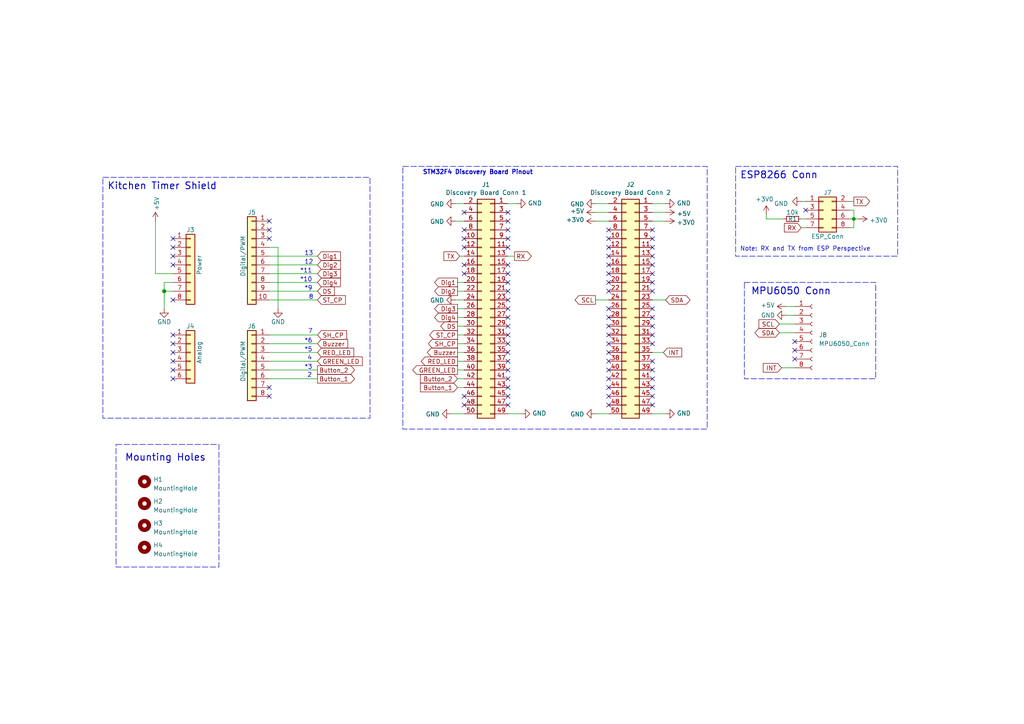
<source format=kicad_sch>
(kicad_sch (version 20230121) (generator eeschema)
  (paper "A4")
  (title_block (title "STM32F4 Kitchen Timer Shield") (date "2023-05-07") (rev "1.0"))
  (lib_symbols
    (symbol "Connector:Conn_01x08_Socket" (pin_names (offset 1.016) hide)
      (property "Reference" "J" (at 0 10.16 0))
      (property "Value" "Conn_01x08_Socket" (at 0 -12.7 0))
      (symbol "Conn_01x08_Socket_1_1"
        (arc (start 0 -9.652) (mid -0.5058 -10.16) (end 0 -10.668) (stroke (width 0.1524)))
        (arc (start 0 -7.112) (mid -0.5058 -7.62) (end 0 -8.128) (stroke (width 0.1524)))
        (arc (start 0 -4.572) (mid -0.5058 -5.08) (end 0 -5.588) (stroke (width 0.1524)))
        (arc (start 0 -2.032) (mid -0.5058 -2.54) (end 0 -3.048) (stroke (width 0.1524)))
        (polyline (pts (xy -1.27 -10.16) (xy -0.508 -10.16)) (stroke (width 0.1524)))
        (polyline (pts (xy -1.27 -7.62) (xy -0.508 -7.62)) (stroke (width 0.1524)))
        (polyline (pts (xy -1.27 -5.08) (xy -0.508 -5.08)) (stroke (width 0.1524)))
        (polyline (pts (xy -1.27 -2.54) (xy -0.508 -2.54)) (stroke (width 0.1524)))
        (polyline (pts (xy -1.27 0) (xy -0.508 0)) (stroke (width 0.1524)))
        (polyline (pts (xy -1.27 2.54) (xy -0.508 2.54)) (stroke (width 0.1524)))
        (polyline (pts (xy -1.27 5.08) (xy -0.508 5.08)) (stroke (width 0.1524)))
        (polyline (pts (xy -1.27 7.62) (xy -0.508 7.62)) (stroke (width 0.1524)))
        (arc (start 0 0.508) (mid -0.5058 0) (end 0 -0.508) (stroke (width 0.1524)))
        (arc (start 0 3.048) (mid -0.5058 2.54) (end 0 2.032) (stroke (width 0.1524)))
        (arc (start 0 5.588) (mid -0.5058 5.08) (end 0 4.572) (stroke (width 0.1524)))
        (arc (start 0 8.128) (mid -0.5058 7.62) (end 0 7.112) (stroke (width 0.1524)))
        (pin passive line (at -5.08 7.62 0) (length 3.81) (name "Pin_1") (number "1"))
        (pin passive line (at -5.08 5.08 0) (length 3.81) (name "Pin_2") (number "2"))
        (pin passive line (at -5.08 2.54 0) (length 3.81) (name "Pin_3") (number "3"))
        (pin passive line (at -5.08 0 0) (length 3.81) (name "Pin_4") (number "4"))
        (pin passive line (at -5.08 -2.54 0) (length 3.81) (name "Pin_5") (number "5"))
        (pin passive line (at -5.08 -5.08 0) (length 3.81) (name "Pin_6") (number "6"))
        (pin passive line (at -5.08 -7.62 0) (length 3.81) (name "Pin_7") (number "7"))
        (pin passive line (at -5.08 -10.16 0) (length 3.81) (name "Pin_8") (number "8"))
      )
    )
    (symbol "Connector_Generic:Conn_01x06" (pin_names (offset 1.016) hide)
      (property "Reference" "J" (at 0 7.62 0))
      (property "Value" "Conn_01x06" (at 0 -10.16 0))
      (symbol "Conn_01x06_1_1"
        (rectangle (start -1.27 -7.493) (end 0 -7.747) (stroke (width 0.1524)))
        (rectangle (start -1.27 -4.953) (end 0 -5.207) (stroke (width 0.1524)))
        (rectangle (start -1.27 -2.413) (end 0 -2.667) (stroke (width 0.1524)))
        (rectangle (start -1.27 0.127) (end 0 -0.127) (stroke (width 0.1524)))
        (rectangle (start -1.27 2.667) (end 0 2.413) (stroke (width 0.1524)))
        (rectangle (start -1.27 5.207) (end 0 4.953) (stroke (width 0.1524)))
        (rectangle (start -1.27 6.35) (end 1.27 -8.89) (stroke (width 0.254)) (fill (type background)))
        (pin passive line (at -5.08 5.08 0) (length 3.81) (name "Pin_1") (number "1"))
        (pin passive line (at -5.08 2.54 0) (length 3.81) (name "Pin_2") (number "2"))
        (pin passive line (at -5.08 0 0) (length 3.81) (name "Pin_3") (number "3"))
        (pin passive line (at -5.08 -2.54 0) (length 3.81) (name "Pin_4") (number "4"))
        (pin passive line (at -5.08 -5.08 0) (length 3.81) (name "Pin_5") (number "5"))
        (pin passive line (at -5.08 -7.62 0) (length 3.81) (name "Pin_6") (number "6"))
      )
    )
    (symbol "Connector_Generic:Conn_01x08" (pin_names (offset 1.016) hide)
      (property "Reference" "J" (at 0 10.16 0))
      (property "Value" "Conn_01x08" (at 0 -12.7 0))
      (symbol "Conn_01x08_1_1"
        (rectangle (start -1.27 -10.033) (end 0 -10.287) (stroke (width 0.1524)))
        (rectangle (start -1.27 -7.493) (end 0 -7.747) (stroke (width 0.1524)))
        (rectangle (start -1.27 -4.953) (end 0 -5.207) (stroke (width 0.1524)))
        (rectangle (start -1.27 -2.413) (end 0 -2.667) (stroke (width 0.1524)))
        (rectangle (start -1.27 0.127) (end 0 -0.127) (stroke (width 0.1524)))
        (rectangle (start -1.27 2.667) (end 0 2.413) (stroke (width 0.1524)))
        (rectangle (start -1.27 5.207) (end 0 4.953) (stroke (width 0.1524)))
        (rectangle (start -1.27 7.747) (end 0 7.493) (stroke (width 0.1524)))
        (rectangle (start -1.27 8.89) (end 1.27 -11.43) (stroke (width 0.254)) (fill (type background)))
        (pin passive line (at -5.08 7.62 0) (length 3.81) (name "Pin_1") (number "1"))
        (pin passive line (at -5.08 5.08 0) (length 3.81) (name "Pin_2") (number "2"))
        (pin passive line (at -5.08 2.54 0) (length 3.81) (name "Pin_3") (number "3"))
        (pin passive line (at -5.08 0 0) (length 3.81) (name "Pin_4") (number "4"))
        (pin passive line (at -5.08 -2.54 0) (length 3.81) (name "Pin_5") (number "5"))
        (pin passive line (at -5.08 -5.08 0) (length 3.81) (name "Pin_6") (number "6"))
        (pin passive line (at -5.08 -7.62 0) (length 3.81) (name "Pin_7") (number "7"))
        (pin passive line (at -5.08 -10.16 0) (length 3.81) (name "Pin_8") (number "8"))
      )
    )
    (symbol "Connector_Generic:Conn_01x10" (pin_names (offset 1.016) hide)
      (property "Reference" "J" (at 0 12.7 0))
      (property "Value" "Conn_01x10" (at 0 -15.24 0))
      (symbol "Conn_01x10_1_1"
        (rectangle (start -1.27 -12.573) (end 0 -12.827) (stroke (width 0.1524)))
        (rectangle (start -1.27 -10.033) (end 0 -10.287) (stroke (width 0.1524)))
        (rectangle (start -1.27 -7.493) (end 0 -7.747) (stroke (width 0.1524)))
        (rectangle (start -1.27 -4.953) (end 0 -5.207) (stroke (width 0.1524)))
        (rectangle (start -1.27 -2.413) (end 0 -2.667) (stroke (width 0.1524)))
        (rectangle (start -1.27 0.127) (end 0 -0.127) (stroke (width 0.1524)))
        (rectangle (start -1.27 2.667) (end 0 2.413) (stroke (width 0.1524)))
        (rectangle (start -1.27 5.207) (end 0 4.953) (stroke (width 0.1524)))
        (rectangle (start -1.27 7.747) (end 0 7.493) (stroke (width 0.1524)))
        (rectangle (start -1.27 10.287) (end 0 10.033) (stroke (width 0.1524)))
        (rectangle (start -1.27 11.43) (end 1.27 -13.97) (stroke (width 0.254)) (fill (type background)))
        (pin passive line (at -5.08 10.16 0) (length 3.81) (name "Pin_1") (number "1"))
        (pin passive line (at -5.08 -12.7 0) (length 3.81) (name "Pin_10") (number "10"))
        (pin passive line (at -5.08 7.62 0) (length 3.81) (name "Pin_2") (number "2"))
        (pin passive line (at -5.08 5.08 0) (length 3.81) (name "Pin_3") (number "3"))
        (pin passive line (at -5.08 2.54 0) (length 3.81) (name "Pin_4") (number "4"))
        (pin passive line (at -5.08 0 0) (length 3.81) (name "Pin_5") (number "5"))
        (pin passive line (at -5.08 -2.54 0) (length 3.81) (name "Pin_6") (number "6"))
        (pin passive line (at -5.08 -5.08 0) (length 3.81) (name "Pin_7") (number "7"))
        (pin passive line (at -5.08 -7.62 0) (length 3.81) (name "Pin_8") (number "8"))
        (pin passive line (at -5.08 -10.16 0) (length 3.81) (name "Pin_9") (number "9"))
      )
    )
    (symbol "Connector_Generic:Conn_02x04_Odd_Even" (pin_names (offset 1.016) hide)
      (property "Reference" "J" (at 1.27 5.08 0))
      (property "Value" "Conn_02x04_Odd_Even" (at 1.27 -7.62 0))
      (symbol "Conn_02x04_Odd_Even_1_1"
        (rectangle (start -1.27 -4.953) (end 0 -5.207) (stroke (width 0.1524)))
        (rectangle (start -1.27 -2.413) (end 0 -2.667) (stroke (width 0.1524)))
        (rectangle (start -1.27 0.127) (end 0 -0.127) (stroke (width 0.1524)))
        (rectangle (start -1.27 2.667) (end 0 2.413) (stroke (width 0.1524)))
        (rectangle (start -1.27 3.81) (end 3.81 -6.35) (stroke (width 0.254)) (fill (type background)))
        (rectangle (start 3.81 -4.953) (end 2.54 -5.207) (stroke (width 0.1524)))
        (rectangle (start 3.81 -2.413) (end 2.54 -2.667) (stroke (width 0.1524)))
        (rectangle (start 3.81 0.127) (end 2.54 -0.127) (stroke (width 0.1524)))
        (rectangle (start 3.81 2.667) (end 2.54 2.413) (stroke (width 0.1524)))
        (pin passive line (at -5.08 2.54 0) (length 3.81) (name "Pin_1") (number "1"))
        (pin passive line (at 7.62 2.54 180) (length 3.81) (name "Pin_2") (number "2"))
        (pin passive line (at -5.08 0 0) (length 3.81) (name "Pin_3") (number "3"))
        (pin passive line (at 7.62 0 180) (length 3.81) (name "Pin_4") (number "4"))
        (pin passive line (at -5.08 -2.54 0) (length 3.81) (name "Pin_5") (number "5"))
        (pin passive line (at 7.62 -2.54 180) (length 3.81) (name "Pin_6") (number "6"))
        (pin passive line (at -5.08 -5.08 0) (length 3.81) (name "Pin_7") (number "7"))
        (pin passive line (at 7.62 -5.08 180) (length 3.81) (name "Pin_8") (number "8"))
      )
    )
    (symbol "Connector_Generic:Conn_02x25_Odd_Even" (pin_names (offset 1.016) hide)
      (property "Reference" "J" (at 1.27 33.02 0))
      (property "Value" "Conn_02x25_Odd_Even" (at 1.27 -33.02 0))
      (symbol "Conn_02x25_Odd_Even_1_1"
        (rectangle (start -1.27 -30.353) (end 0 -30.607) (stroke (width 0.1524)))
        (rectangle (start -1.27 -27.813) (end 0 -28.067) (stroke (width 0.1524)))
        (rectangle (start -1.27 -25.273) (end 0 -25.527) (stroke (width 0.1524)))
        (rectangle (start -1.27 -22.733) (end 0 -22.987) (stroke (width 0.1524)))
        (rectangle (start -1.27 -20.193) (end 0 -20.447) (stroke (width 0.1524)))
        (rectangle (start -1.27 -17.653) (end 0 -17.907) (stroke (width 0.1524)))
        (rectangle (start -1.27 -15.113) (end 0 -15.367) (stroke (width 0.1524)))
        (rectangle (start -1.27 -12.573) (end 0 -12.827) (stroke (width 0.1524)))
        (rectangle (start -1.27 -10.033) (end 0 -10.287) (stroke (width 0.1524)))
        (rectangle (start -1.27 -7.493) (end 0 -7.747) (stroke (width 0.1524)))
        (rectangle (start -1.27 -4.953) (end 0 -5.207) (stroke (width 0.1524)))
        (rectangle (start -1.27 -2.413) (end 0 -2.667) (stroke (width 0.1524)))
        (rectangle (start -1.27 0.127) (end 0 -0.127) (stroke (width 0.1524)))
        (rectangle (start -1.27 2.667) (end 0 2.413) (stroke (width 0.1524)))
        (rectangle (start -1.27 5.207) (end 0 4.953) (stroke (width 0.1524)))
        (rectangle (start -1.27 7.747) (end 0 7.493) (stroke (width 0.1524)))
        (rectangle (start -1.27 10.287) (end 0 10.033) (stroke (width 0.1524)))
        (rectangle (start -1.27 12.827) (end 0 12.573) (stroke (width 0.1524)))
        (rectangle (start -1.27 15.367) (end 0 15.113) (stroke (width 0.1524)))
        (rectangle (start -1.27 17.907) (end 0 17.653) (stroke (width 0.1524)))
        (rectangle (start -1.27 20.447) (end 0 20.193) (stroke (width 0.1524)))
        (rectangle (start -1.27 22.987) (end 0 22.733) (stroke (width 0.1524)))
        (rectangle (start -1.27 25.527) (end 0 25.273) (stroke (width 0.1524)))
        (rectangle (start -1.27 28.067) (end 0 27.813) (stroke (width 0.1524)))
        (rectangle (start -1.27 30.607) (end 0 30.353) (stroke (width 0.1524)))
        (rectangle (start -1.27 31.75) (end 3.81 -31.75) (stroke (width 0.254)) (fill (type background)))
        (rectangle (start 3.81 -30.353) (end 2.54 -30.607) (stroke (width 0.1524)))
        (rectangle (start 3.81 -27.813) (end 2.54 -28.067) (stroke (width 0.1524)))
        (rectangle (start 3.81 -25.273) (end 2.54 -25.527) (stroke (width 0.1524)))
        (rectangle (start 3.81 -22.733) (end 2.54 -22.987) (stroke (width 0.1524)))
        (rectangle (start 3.81 -20.193) (end 2.54 -20.447) (stroke (width 0.1524)))
        (rectangle (start 3.81 -17.653) (end 2.54 -17.907) (stroke (width 0.1524)))
        (rectangle (start 3.81 -15.113) (end 2.54 -15.367) (stroke (width 0.1524)))
        (rectangle (start 3.81 -12.573) (end 2.54 -12.827) (stroke (width 0.1524)))
        (rectangle (start 3.81 -10.033) (end 2.54 -10.287) (stroke (width 0.1524)))
        (rectangle (start 3.81 -7.493) (end 2.54 -7.747) (stroke (width 0.1524)))
        (rectangle (start 3.81 -4.953) (end 2.54 -5.207) (stroke (width 0.1524)))
        (rectangle (start 3.81 -2.413) (end 2.54 -2.667) (stroke (width 0.1524)))
        (rectangle (start 3.81 0.127) (end 2.54 -0.127) (stroke (width 0.1524)))
        (rectangle (start 3.81 2.667) (end 2.54 2.413) (stroke (width 0.1524)))
        (rectangle (start 3.81 5.207) (end 2.54 4.953) (stroke (width 0.1524)))
        (rectangle (start 3.81 7.747) (end 2.54 7.493) (stroke (width 0.1524)))
        (rectangle (start 3.81 10.287) (end 2.54 10.033) (stroke (width 0.1524)))
        (rectangle (start 3.81 12.827) (end 2.54 12.573) (stroke (width 0.1524)))
        (rectangle (start 3.81 15.367) (end 2.54 15.113) (stroke (width 0.1524)))
        (rectangle (start 3.81 17.907) (end 2.54 17.653) (stroke (width 0.1524)))
        (rectangle (start 3.81 20.447) (end 2.54 20.193) (stroke (width 0.1524)))
        (rectangle (start 3.81 22.987) (end 2.54 22.733) (stroke (width 0.1524)))
        (rectangle (start 3.81 25.527) (end 2.54 25.273) (stroke (width 0.1524)))
        (rectangle (start 3.81 28.067) (end 2.54 27.813) (stroke (width 0.1524)))
        (rectangle (start 3.81 30.607) (end 2.54 30.353) (stroke (width 0.1524)))
        (pin passive line (at -5.08 30.48 0) (length 3.81) (name "Pin_1") (number "1"))
        (pin passive line (at 7.62 20.32 180) (length 3.81) (name "Pin_10") (number "10"))
        (pin passive line (at -5.08 17.78 0) (length 3.81) (name "Pin_11") (number "11"))
        (pin passive line (at 7.62 17.78 180) (length 3.81) (name "Pin_12") (number "12"))
        (pin passive line (at -5.08 15.24 0) (length 3.81) (name "Pin_13") (number "13"))
        (pin passive line (at 7.62 15.24 180) (length 3.81) (name "Pin_14") (number "14"))
        (pin passive line (at -5.08 12.7 0) (length 3.81) (name "Pin_15") (number "15"))
        (pin passive line (at 7.62 12.7 180) (length 3.81) (name "Pin_16") (number "16"))
        (pin passive line (at -5.08 10.16 0) (length 3.81) (name "Pin_17") (number "17"))
        (pin passive line (at 7.62 10.16 180) (length 3.81) (name "Pin_18") (number "18"))
        (pin passive line (at -5.08 7.62 0) (length 3.81) (name "Pin_19") (number "19"))
        (pin passive line (at 7.62 30.48 180) (length 3.81) (name "Pin_2") (number "2"))
        (pin passive line (at 7.62 7.62 180) (length 3.81) (name "Pin_20") (number "20"))
        (pin passive line (at -5.08 5.08 0) (length 3.81) (name "Pin_21") (number "21"))
        (pin passive line (at 7.62 5.08 180) (length 3.81) (name "Pin_22") (number "22"))
        (pin passive line (at -5.08 2.54 0) (length 3.81) (name "Pin_23") (number "23"))
        (pin passive line (at 7.62 2.54 180) (length 3.81) (name "Pin_24") (number "24"))
        (pin passive line (at -5.08 0 0) (length 3.81) (name "Pin_25") (number "25"))
        (pin passive line (at 7.62 0 180) (length 3.81) (name "Pin_26") (number "26"))
        (pin passive line (at -5.08 -2.54 0) (length 3.81) (name "Pin_27") (number "27"))
        (pin passive line (at 7.62 -2.54 180) (length 3.81) (name "Pin_28") (number "28"))
        (pin passive line (at -5.08 -5.08 0) (length 3.81) (name "Pin_29") (number "29"))
        (pin passive line (at -5.08 27.94 0) (length 3.81) (name "Pin_3") (number "3"))
        (pin passive line (at 7.62 -5.08 180) (length 3.81) (name "Pin_30") (number "30"))
        (pin passive line (at -5.08 -7.62 0) (length 3.81) (name "Pin_31") (number "31"))
        (pin passive line (at 7.62 -7.62 180) (length 3.81) (name "Pin_32") (number "32"))
        (pin passive line (at -5.08 -10.16 0) (length 3.81) (name "Pin_33") (number "33"))
        (pin passive line (at 7.62 -10.16 180) (length 3.81) (name "Pin_34") (number "34"))
        (pin passive line (at -5.08 -12.7 0) (length 3.81) (name "Pin_35") (number "35"))
        (pin passive line (at 7.62 -12.7 180) (length 3.81) (name "Pin_36") (number "36"))
        (pin passive line (at -5.08 -15.24 0) (length 3.81) (name "Pin_37") (number "37"))
        (pin passive line (at 7.62 -15.24 180) (length 3.81) (name "Pin_38") (number "38"))
        (pin passive line (at -5.08 -17.78 0) (length 3.81) (name "Pin_39") (number "39"))
        (pin passive line (at 7.62 27.94 180) (length 3.81) (name "Pin_4") (number "4"))
        (pin passive line (at 7.62 -17.78 180) (length 3.81) (name "Pin_40") (number "40"))
        (pin passive line (at -5.08 -20.32 0) (length 3.81) (name "Pin_41") (number "41"))
        (pin passive line (at 7.62 -20.32 180) (length 3.81) (name "Pin_42") (number "42"))
        (pin passive line (at -5.08 -22.86 0) (length 3.81) (name "Pin_43") (number "43"))
        (pin passive line (at 7.62 -22.86 180) (length 3.81) (name "Pin_44") (number "44"))
        (pin passive line (at -5.08 -25.4 0) (length 3.81) (name "Pin_45") (number "45"))
        (pin passive line (at 7.62 -25.4 180) (length 3.81) (name "Pin_46") (number "46"))
        (pin passive line (at -5.08 -27.94 0) (length 3.81) (name "Pin_47") (number "47"))
        (pin passive line (at 7.62 -27.94 180) (length 3.81) (name "Pin_48") (number "48"))
        (pin passive line (at -5.08 -30.48 0) (length 3.81) (name "Pin_49") (number "49"))
        (pin passive line (at -5.08 25.4 0) (length 3.81) (name "Pin_5") (number "5"))
        (pin passive line (at 7.62 -30.48 180) (length 3.81) (name "Pin_50") (number "50"))
        (pin passive line (at 7.62 25.4 180) (length 3.81) (name "Pin_6") (number "6"))
        (pin passive line (at -5.08 22.86 0) (length 3.81) (name "Pin_7") (number "7"))
        (pin passive line (at 7.62 22.86 180) (length 3.81) (name "Pin_8") (number "8"))
        (pin passive line (at -5.08 20.32 0) (length 3.81) (name "Pin_9") (number "9"))
      )
    )
    (symbol "Device:R_Small" (pin_numbers hide) (pin_names (offset 0.254) hide)
      (property "Reference" "R" (at 0.762 0.508 0))
      (property "Value" "R_Small" (at 0.762 -1.016 0))
      (symbol "R_Small_0_1"
        (rectangle (start -0.762 1.778) (end 0.762 -1.778) (stroke (width 0.2032)))
      )
      (symbol "R_Small_1_1"
        (pin passive line (at 0 2.54 270) (length 0.762) (name "~") (number "1"))
        (pin passive line (at 0 -2.54 90) (length 0.762) (name "~") (number "2"))
      )
    )
    (symbol "Mechanical:MountingHole" (pin_names (offset 1.016))
      (property "Reference" "H" (at 0 5.08 0))
      (property "Value" "MountingHole" (at 0 3.175 0))
      (symbol "MountingHole_0_1"
        (circle (center 0 0) (radius 1.27) (stroke (width 1.27)))
      )
    )
    (symbol "power:+3V0" (power) (pin_names (offset 0))
      (property "Value" "+3V0" (at 0 3.556 0))
      (symbol "+3V0_0_1"
        (polyline (pts (xy -0.762 1.27) (xy 0 2.54)))
        (polyline (pts (xy 0 0) (xy 0 2.54)))
        (polyline (pts (xy 0 2.54) (xy 0.762 1.27)))
      )
      (symbol "+3V0_1_1"
        (pin power_in line (at 0 0 90) (length 0) hide (name "+3V0") (number "1"))
      )
    )
    (symbol "power:+5V" (power) (pin_names (offset 0))
      (property "Value" "+5V" (at 0 3.556 0))
      (symbol "+5V_0_1"
        (polyline (pts (xy -0.762 1.27) (xy 0 2.54)))
        (polyline (pts (xy 0 0) (xy 0 2.54)))
        (polyline (pts (xy 0 2.54) (xy 0.762 1.27)))
      )
      (symbol "+5V_1_1"
        (pin power_in line (at 0 0 90) (length 0) hide (name "+5V") (number "1"))
      )
    )
    (symbol "power:GND" (power) (pin_names (offset 0))
      (property "Value" "GND" (at 0 -3.81 0))
      (symbol "GND_0_1"
        (polyline (pts (xy 0 0) (xy 0 -1.27) (xy 1.27 -1.27) (xy 0 -2.54) (xy -1.27 -1.27) (xy 0 -1.27)))
      )
      (symbol "GND_1_1"
        (pin power_in line (at 0 0 270) (length 0) hide (name "GND") (number "1"))
      )
    )
  )
  (junction (at 47.625 84.455) (diameter 1.016))
  (junction (at 247.65 63.5))
  (no_connect (at 134.62 71.755))
  (no_connect (at 189.23 104.775))
  (no_connect (at 147.32 61.595))
  (no_connect (at 50.165 99.695))
  (no_connect (at 176.53 66.675))
  (no_connect (at 230.505 99.06))
  (no_connect (at 134.62 69.215))
  (no_connect (at 176.53 109.855))
  (no_connect (at 134.62 61.595))
  (no_connect (at 189.23 69.215))
  (no_connect (at 147.32 99.695))
  (no_connect (at 189.23 112.395))
  (no_connect (at 189.23 71.755))
  (no_connect (at 176.53 79.375))
  (no_connect (at 176.53 84.455))
  (no_connect (at 189.23 81.915))
  (no_connect (at 147.32 109.855))
  (no_connect (at 189.23 109.855))
  (no_connect (at 147.32 84.455))
  (no_connect (at 78.105 64.135))
  (no_connect (at 134.62 117.475))
  (no_connect (at 147.32 112.395))
  (no_connect (at 189.23 99.695))
  (no_connect (at 50.165 97.155))
  (no_connect (at 147.32 76.835))
  (no_connect (at 176.53 104.775))
  (no_connect (at 189.23 89.535))
  (no_connect (at 147.32 104.775))
  (no_connect (at 189.23 74.295))
  (no_connect (at 147.32 114.935))
  (no_connect (at 147.32 97.155))
  (no_connect (at 78.105 112.395))
  (no_connect (at 176.53 81.915))
  (no_connect (at 176.53 99.695))
  (no_connect (at 78.105 69.215))
  (no_connect (at 147.32 81.915))
  (no_connect (at 176.53 71.755))
  (no_connect (at 176.53 94.615))
  (no_connect (at 50.165 86.995))
  (no_connect (at 147.32 64.135))
  (no_connect (at 176.53 76.835))
  (no_connect (at 189.23 94.615))
  (no_connect (at 134.62 76.835))
  (no_connect (at 230.505 101.6))
  (no_connect (at 78.105 66.675))
  (no_connect (at 176.53 114.935))
  (no_connect (at 176.53 69.215))
  (no_connect (at 50.165 76.835))
  (no_connect (at 147.32 117.475))
  (no_connect (at 147.32 69.215))
  (no_connect (at 50.165 71.755))
  (no_connect (at 176.53 89.535))
  (no_connect (at 176.53 102.235))
  (no_connect (at 189.23 117.475))
  (no_connect (at 230.505 104.14))
  (no_connect (at 147.32 86.995))
  (no_connect (at 233.68 60.96))
  (no_connect (at 189.23 107.315))
  (no_connect (at 134.62 66.675))
  (no_connect (at 176.53 112.395))
  (no_connect (at 176.53 92.075))
  (no_connect (at 50.165 102.235))
  (no_connect (at 189.23 76.835))
  (no_connect (at 189.23 79.375))
  (no_connect (at 189.23 97.155))
  (no_connect (at 147.32 102.235))
  (no_connect (at 50.165 109.855))
  (no_connect (at 147.32 79.375))
  (no_connect (at 189.23 114.935))
  (no_connect (at 176.53 117.475))
  (no_connect (at 189.23 66.675))
  (no_connect (at 176.53 74.295))
  (no_connect (at 176.53 107.315))
  (no_connect (at 176.53 97.155))
  (no_connect (at 189.23 84.455))
  (no_connect (at 134.62 114.935))
  (no_connect (at 50.165 104.775))
  (no_connect (at 134.62 79.375))
  (no_connect (at 50.165 69.215))
  (no_connect (at 78.105 114.935))
  (no_connect (at 147.32 107.315))
  (no_connect (at 50.165 107.315))
  (no_connect (at 50.165 74.295))
  (no_connect (at 147.32 89.535))
  (no_connect (at 147.32 94.615))
  (no_connect (at 147.32 66.675))
  (no_connect (at 189.23 92.075))
  (no_connect (at 147.32 71.755))
  (no_connect (at 147.32 92.075))
  (wire (pts (xy 132.715 81.915) (xy 134.62 81.915)))
  (wire (pts (xy 132.08 64.135) (xy 134.62 64.135)))
  (wire (pts (xy 226.06 96.52) (xy 230.505 96.52)))
  (wire (pts (xy 246.38 58.42) (xy 247.65 58.42)))
  (wire (pts (xy 132.08 59.055) (xy 134.62 59.055)))
  (wire (pts (xy 78.105 81.915) (xy 92.075 81.915)))
  (wire (pts (xy 47.625 81.915) (xy 47.625 84.455)))
  (wire (pts (xy 132.715 109.855) (xy 134.62 109.855)))
  (wire (pts (xy 132.715 92.075) (xy 134.62 92.075)))
  (wire (pts (xy 78.105 76.835) (xy 92.075 76.835)))
  (wire (pts (xy 132.715 84.455) (xy 134.62 84.455)))
  (wire (pts (xy 189.23 59.055) (xy 193.04 59.055)))
  (wire (pts (xy 132.715 107.315) (xy 134.62 107.315)))
  (wire (pts (xy 227.965 91.44) (xy 230.505 91.44)))
  (wire (pts (xy 232.41 58.42) (xy 233.68 58.42)))
  (wire (pts (xy 189.23 120.015) (xy 193.04 120.015)))
  (wire (pts (xy 132.715 112.395) (xy 134.62 112.395)))
  (wire (pts (xy 80.645 71.755) (xy 80.645 89.535)))
  (wire (pts (xy 78.105 109.855) (xy 92.075 109.855)))
  (wire (pts (xy 227.965 88.9) (xy 230.505 88.9)))
  (wire (pts (xy 132.715 94.615) (xy 134.62 94.615)))
  (wire (pts (xy 78.105 102.235) (xy 92.075 102.235)))
  (wire (pts (xy 132.715 97.155) (xy 134.62 97.155)))
  (wire (pts (xy 147.32 74.295) (xy 149.225 74.295)))
  (wire (pts (xy 151.13 120.015) (xy 147.32 120.015)))
  (wire (pts (xy 78.105 99.695) (xy 92.075 99.695)))
  (wire (pts (xy 232.41 63.5) (xy 233.68 63.5)))
  (wire (pts (xy 50.165 81.915) (xy 47.625 81.915)))
  (wire (pts (xy 133.35 74.295) (xy 134.62 74.295)))
  (wire (pts (xy 189.23 64.135) (xy 193.04 64.135)))
  (wire (pts (xy 78.105 84.455) (xy 92.075 84.455)))
  (wire (pts (xy 78.105 107.315) (xy 92.075 107.315)))
  (wire (pts (xy 149.86 59.055) (xy 147.32 59.055)))
  (wire (pts (xy 246.38 63.5) (xy 247.65 63.5)))
  (wire (pts (xy 246.38 66.04) (xy 247.65 66.04)))
  (wire (pts (xy 172.72 61.595) (xy 176.53 61.595)))
  (wire (pts (xy 45.085 64.135) (xy 45.085 79.375)))
  (wire (pts (xy 78.105 104.775) (xy 92.075 104.775)))
  (wire (pts (xy 172.72 120.015) (xy 176.53 120.015)))
  (wire (pts (xy 247.65 60.96) (xy 247.65 63.5)))
  (wire (pts (xy 132.08 86.995) (xy 134.62 86.995)))
  (wire (pts (xy 132.715 89.535) (xy 134.62 89.535)))
  (wire (pts (xy 189.23 61.595) (xy 193.04 61.595)))
  (wire (pts (xy 227.33 63.5) (xy 222.25 63.5)))
  (wire (pts (xy 172.72 86.995) (xy 176.53 86.995)))
  (wire (pts (xy 50.165 84.455) (xy 47.625 84.455)))
  (wire (pts (xy 132.715 99.695) (xy 134.62 99.695)))
  (wire (pts (xy 132.715 102.235) (xy 134.62 102.235)))
  (wire (pts (xy 47.625 84.455) (xy 47.625 89.535)))
  (wire (pts (xy 247.65 63.5) (xy 247.65 66.04)))
  (wire (pts (xy 78.105 79.375) (xy 92.075 79.375)))
  (wire (pts (xy 172.72 64.135) (xy 176.53 64.135)))
  (wire (pts (xy 78.105 71.755) (xy 80.645 71.755)))
  (wire (pts (xy 78.105 86.995) (xy 92.075 86.995)))
  (wire (pts (xy 45.085 79.375) (xy 50.165 79.375)))
  (wire (pts (xy 130.81 120.015) (xy 134.62 120.015)))
  (wire (pts (xy 247.65 63.5) (xy 248.92 63.5)))
  (wire (pts (xy 226.695 106.68) (xy 230.505 106.68)))
  (wire (pts (xy 226.06 93.98) (xy 230.505 93.98)))
  (wire (pts (xy 246.38 60.96) (xy 247.65 60.96)))
  (wire (pts (xy 78.105 74.295) (xy 92.075 74.295)))
  (wire (pts (xy 232.41 66.04) (xy 233.68 66.04)))
  (wire (pts (xy 189.23 86.995) (xy 193.04 86.995)))
  (wire (pts (xy 189.23 102.235) (xy 192.405 102.235)))
  (wire (pts (xy 222.25 63.5) (xy 222.25 62.23)))
  (wire (pts (xy 172.72 59.055) (xy 176.53 59.055)))
  (wire (pts (xy 132.715 104.775) (xy 134.62 104.775)))
  (wire (pts (xy 78.105 97.155) (xy 92.075 97.155)))
  (rectangle (start 29.845 51.435) (end 107.315 121.285) (stroke (width 0) (type dash)))
  (rectangle (start 215.9 81.915) (end 254 109.855) (stroke (width 0) (type dash)))
  (rectangle (start 116.84 48.26) (end 205.105 124.46) (stroke (width 0) (type dash)))
  (rectangle (start 213.36 48.26) (end 260.35 74.295) (stroke (width 0) (type dash)))
  (rectangle (start 33.655 128.905) (end 63.5 164.465) (stroke (width 0) (type dash)))
  (text "Note: RX and TX from ESP Perspective" (at 214.63 73.025 0) (effects (font (size 1.27 1.27)) (justify left bottom)))
  (text "MPU6050 Conn\n" (at 217.805 85.725 0) (effects (font (size 2 2) (thickness 0.254) bold) (justify left bottom)))
  (text "4" (at 89.1287 104.6342 0) (effects (font (size 1.27 1.27)) (justify left bottom)))
  (text "*5\n" (at 88.265 102.235 0) (effects (font (size 1.27 1.27)) (justify left bottom)))
  (text "*3" (at 88.265 107.315 0) (effects (font (size 1.27 1.27)) (justify left bottom)))
  (text "ESP8266 Conn\n" (at 214.63 52.07 0) (effects (font (size 2 2) (thickness 0.254) bold) (justify left bottom)))
  (text "*10\n" (at 86.995 81.915 0) (effects (font (size 1.27 1.27)) (justify left bottom)))
  (text "13\n" (at 88.265 74.295 0) (effects (font (size 1.27 1.27)) (justify left bottom)))
  (text "7" (at 89.2966 96.9326 0) (effects (font (size 1.27 1.27)) (justify left bottom)))
  (text "2" (at 89.1047 109.6247 0) (effects (font (size 1.27 1.27)) (justify left bottom)))
  (text "12\n" (at 88.265 76.835 0) (effects (font (size 1.27 1.27)) (justify left bottom)))
  (text "8\n" (at 89.535 86.995 0) (effects (font (size 1.27 1.27)) (justify left bottom)))
  (text "*11" (at 86.995 79.375 0) (effects (font (size 1.27 1.27)) (justify left bottom)))
  (text "*6" (at 88.265 99.695 0) (effects (font (size 1.27 1.27)) (justify left bottom)))
  (text "Mounting Holes" (at 36.195 133.985 0) (effects (font (size 2 2) (thickness 0.254) bold) (justify left bottom)))
  (text "Kitchen Timer Shield" (at 31.115 55.245 0) (effects (font (size 2 2) (thickness 0.254) bold) (justify left bottom)))
  (text "*9\n" (at 88.265 84.455 0) (effects (font (size 1.27 1.27)) (justify left bottom)))
  (text "STM32F4 Discovery Board Pinout" (at 122.555 50.8 0) (effects (font (size 1.27 1.27) (thickness 0.254) bold) (justify left bottom)))
  (global_label "SDA" (shape bidirectional) (at 226.06 96.52 180) (property "Intersheetrefs" "${INTERSHEET_REFS}" (effects hide)))
  (global_label "Dig2" (shape input) (at 92.075 76.835 0) (property "Intersheetrefs" "${INTERSHEET_REFS}" (effects hide)))
  (global_label "Dig4" (shape output) (at 132.715 92.075 180) (property "Intersheetrefs" "${INTERSHEET_REFS}" (effects hide)))
  (global_label "SCL" (shape input) (at 226.06 93.98 180) (property "Intersheetrefs" "${INTERSHEET_REFS}" (effects hide)))
  (global_label "Buzzer" (shape input) (at 92.075 99.695 0) (property "Intersheetrefs" "${INTERSHEET_REFS}" (effects hide)))
  (global_label "RX" (shape output) (at 149.225 74.295 0) (property "Intersheetrefs" "${INTERSHEET_REFS}" (effects hide)))
  (global_label "Dig1" (shape output) (at 132.715 81.915 180) (property "Intersheetrefs" "${INTERSHEET_REFS}" (effects hide)))
  (global_label "Dig4" (shape input) (at 92.075 81.915 0) (property "Intersheetrefs" "${INTERSHEET_REFS}" (effects hide)))
  (global_label "TX" (shape output) (at 247.65 58.42 0) (property "Intersheetrefs" "${INTERSHEET_REFS}" (effects hide)))
  (global_label "INT" (shape input) (at 226.695 106.68 180) (property "Intersheetrefs" "${INTERSHEET_REFS}" (effects hide)))
  (global_label "SH_CP" (shape output) (at 132.715 99.695 180) (property "Intersheetrefs" "${INTERSHEET_REFS}" (effects hide)))
  (global_label "RX" (shape input) (at 232.41 66.04 180) (property "Intersheetrefs" "${INTERSHEET_REFS}" (effects hide)))
  (global_label "Button_1" (shape output) (at 92.075 109.855 0) (property "Intersheetrefs" "${INTERSHEET_REFS}" (effects hide)))
  (global_label "Dig3" (shape input) (at 92.075 79.375 0) (property "Intersheetrefs" "${INTERSHEET_REFS}" (effects hide)))
  (global_label "RED_LED" (shape output) (at 132.715 104.775 180) (property "Intersheetrefs" "${INTERSHEET_REFS}" (effects hide)))
  (global_label "TX" (shape input) (at 133.35 74.295 180) (property "Intersheetrefs" "${INTERSHEET_REFS}" (effects hide)))
  (global_label "Button_2" (shape input) (at 132.715 109.855 180) (property "Intersheetrefs" "${INTERSHEET_REFS}" (effects hide)))
  (global_label "RED_LED" (shape input) (at 92.075 102.235 0) (property "Intersheetrefs" "${INTERSHEET_REFS}" (effects hide)))
  (global_label "Button_2" (shape output) (at 92.075 107.315 0) (property "Intersheetrefs" "${INTERSHEET_REFS}" (effects hide)))
  (global_label "Buzzer" (shape output) (at 132.715 102.235 180) (property "Intersheetrefs" "${INTERSHEET_REFS}" (effects hide)))
  (global_label "SCL" (shape output) (at 172.72 86.995 180) (property "Intersheetrefs" "${INTERSHEET_REFS}" (effects hide)))
  (global_label "SH_CP" (shape input) (at 92.075 97.155 0) (property "Intersheetrefs" "${INTERSHEET_REFS}" (effects hide)))
  (global_label "Dig1" (shape input) (at 92.075 74.295 0) (property "Intersheetrefs" "${INTERSHEET_REFS}" (effects hide)))
  (global_label "Dig3" (shape output) (at 132.715 89.535 180) (property "Intersheetrefs" "${INTERSHEET_REFS}" (effects hide)))
  (global_label "DS" (shape input) (at 92.075 84.455 0) (property "Intersheetrefs" "${INTERSHEET_REFS}" (effects hide)))
  (global_label "ST_CP" (shape input) (at 92.075 86.995 0) (property "Intersheetrefs" "${INTERSHEET_REFS}" (effects hide)))
  (global_label "ST_CP" (shape output) (at 132.715 97.155 180) (property "Intersheetrefs" "${INTERSHEET_REFS}" (effects hide)))
  (global_label "INT" (shape input) (at 192.405 102.235 0) (property "Intersheetrefs" "${INTERSHEET_REFS}" (effects hide)))
  (global_label "GREEN_LED" (shape output) (at 132.715 107.315 180) (property "Intersheetrefs" "${INTERSHEET_REFS}" (effects hide)))
  (global_label "GREEN_LED" (shape input) (at 92.075 104.775 0) (property "Intersheetrefs" "${INTERSHEET_REFS}" (effects hide)))
  (global_label "SDA" (shape bidirectional) (at 193.04 86.995 0) (property "Intersheetrefs" "${INTERSHEET_REFS}" (effects hide)))
  (global_label "DS" (shape output) (at 132.715 94.615 180) (property "Intersheetrefs" "${INTERSHEET_REFS}" (effects hide)))
  (global_label "Button_1" (shape input) (at 132.715 112.395 180) (property "Intersheetrefs" "${INTERSHEET_REFS}" (effects hide)))
  (global_label "Dig2" (shape output) (at 132.715 84.455 180) (property "Intersheetrefs" "${INTERSHEET_REFS}" (effects hide)))
  (symbol (lib_id "power:+3V0") (at 222.25 62.23 0) (unit 1)
    (property "Reference" "#PWR019" (effects hide))
    (property "Value" "+3V0" (at 219.075 57.785 0) (effects (justify left)))
  )
  (symbol (lib_id "Mechanical:MountingHole") (at 41.91 139.7 0) (unit 1)
    (property "Reference" "H1" (at 44.45 139.065 0) (effects (justify left)))
    (property "Value" "MountingHole" (at 44.45 141.605 0) (effects (justify left)))
    (property "Footprint" "MountingHole:MountingHole_3.2mm_M3_Pad" (effects hide))
  )
  (symbol (lib_id "power:+5V") (at 45.085 64.135 0) (unit 1)
    (property "Reference" "#PWR015" (effects hide))
    (property "Value" "+5V" (at 45.4406 61.087 90) (effects (justify left)))
  )
  (symbol (lib_id "Mechanical:MountingHole") (at 41.91 146.05 0) (unit 1)
    (property "Reference" "H2" (at 44.45 145.415 0) (effects (justify left)))
    (property "Value" "MountingHole" (at 44.45 147.955 0) (effects (justify left)))
    (property "Footprint" "MountingHole:MountingHole_3.2mm_M3_Pad" (effects hide))
  )
  (symbol (lib_id "power:+5V") (at 193.04 61.595 270) (unit 1)
    (property "Reference" "#PWR011" (effects hide))
    (property "Value" "+5V" (at 196.2912 61.976 90) (effects (justify left)))
  )
  (symbol (lib_id "Connector_Generic:Conn_01x08") (at 73.025 104.775 0) (mirror y) (unit 1)
    (property "Reference" "J6" (at 73.025 94.615 0))
    (property "Value" "Digital/PWM" (at 70.485 104.775 90))
    (property "Footprint" "Connector_PinSocket_2.54mm:PinSocket_1x08_P2.54mm_Vertical" (effects hide))
  )
  (symbol (lib_id "power:GND") (at 132.08 86.995 270) (unit 1)
    (property "Reference" "#PWR021" (effects hide))
    (property "Value" "GND" (at 128.8288 87.122 90) (effects (justify right)))
  )
  (symbol (lib_id "Connector:Conn_01x08_Socket") (at 235.585 96.52 0) (unit 1)
    (property "Reference" "J8" (at 237.49 97.155 0) (effects (justify left)))
    (property "Value" "MPU6050_Conn" (at 237.49 99.695 0) (effects (justify left)))
    (property "Footprint" "Connector_PinSocket_2.54mm:PinSocket_1x08_P2.54mm_Vertical" (effects hide))
  )
  (symbol (lib_id "Mechanical:MountingHole") (at 41.91 152.4 0) (unit 1)
    (property "Reference" "H3" (at 44.45 151.765 0) (effects (justify left)))
    (property "Value" "MountingHole" (at 44.45 154.305 0) (effects (justify left)))
    (property "Footprint" "MountingHole:MountingHole_3.2mm_M3_Pad" (effects hide))
  )
  (symbol (lib_id "power:GND") (at 47.625 89.535 0) (unit 1)
    (property "Reference" "#PWR017" (effects hide))
    (property "Value" "GND" (at 47.625 93.345 0))
  )
  (symbol (lib_id "Connector_Generic:Conn_02x25_Odd_Even") (at 142.24 89.535 0) (mirror y) (unit 1)
    (property "Reference" "J1" (at 140.97 53.5432 0))
    (property "Value" "Discovery Board Conn 1" (at 140.97 55.8546 0))
    (property "Footprint" "Connector_PinSocket_2.54mm:PinSocket_2x25_P2.54mm_Vertical" (effects hide))
  )
  (symbol (lib_id "Connector_Generic:Conn_01x06") (at 55.245 102.235 0) (unit 1)
    (property "Reference" "J4" (at 55.245 94.615 0))
    (property "Value" "Analog" (at 57.785 102.235 90))
    (property "Footprint" "Connector_PinSocket_2.54mm:PinSocket_1x06_P2.54mm_Vertical" (effects hide))
  )
  (symbol (lib_id "power:GND") (at 193.04 59.055 90) (unit 1)
    (property "Reference" "#PWR010" (effects hide))
    (property "Value" "GND" (at 196.2912 58.928 90) (effects (justify right)))
  )
  (symbol (lib_id "Connector_Generic:Conn_01x10") (at 73.025 74.295 0) (mirror y) (unit 1)
    (property "Reference" "J5" (at 73.025 61.595 0))
    (property "Value" "Digital/PWM" (at 70.485 74.295 90))
    (property "Footprint" "Connector_PinSocket_2.54mm:PinSocket_1x10_P2.54mm_Vertical" (effects hide))
  )
  (symbol (lib_id "power:GND") (at 172.72 59.055 270) (unit 1)
    (property "Reference" "#PWR06" (effects hide))
    (property "Value" "GND" (at 169.4688 59.182 90) (effects (justify right)))
  )
  (symbol (lib_id "power:GND") (at 132.08 64.135 270) (unit 1)
    (property "Reference" "#PWR03" (effects hide))
    (property "Value" "GND" (at 128.8288 64.262 90) (effects (justify right)))
  )
  (symbol (lib_id "power:GND") (at 149.86 59.055 90) (unit 1)
    (property "Reference" "#PWR04" (effects hide))
    (property "Value" "GND" (at 153.1112 58.928 90) (effects (justify right)))
  )
  (symbol (lib_id "power:GND") (at 151.13 120.015 90) (unit 1)
    (property "Reference" "#PWR05" (effects hide))
    (property "Value" "GND" (at 154.3812 119.888 90) (effects (justify right)))
  )
  (symbol (lib_id "power:GND") (at 232.41 58.42 270) (unit 1)
    (property "Reference" "#PWR020" (effects hide))
    (property "Value" "GND" (at 228.6 59.055 90) (effects (justify right)))
  )
  (symbol (lib_id "power:GND") (at 130.81 120.015 270) (unit 1)
    (property "Reference" "#PWR01" (effects hide))
    (property "Value" "GND" (at 127.5588 120.142 90) (effects (justify right)))
  )
  (symbol (lib_id "power:+5V") (at 172.72 61.595 90) (unit 1)
    (property "Reference" "#PWR07" (effects hide))
    (property "Value" "+5V" (at 169.4688 61.214 90) (effects (justify left)))
  )
  (symbol (lib_id "Mechanical:MountingHole") (at 41.91 158.75 0) (unit 1)
    (property "Reference" "H4" (at 44.45 158.115 0) (effects (justify left)))
    (property "Value" "MountingHole" (at 44.45 160.655 0) (effects (justify left)))
    (property "Footprint" "MountingHole:MountingHole_3.2mm_M3_Pad" (effects hide))
  )
  (symbol (lib_id "power:GND") (at 132.08 59.055 270) (unit 1)
    (property "Reference" "#PWR02" (effects hide))
    (property "Value" "GND" (at 128.8288 59.182 90) (effects (justify right)))
  )
  (symbol (lib_id "power:+3V0") (at 172.72 64.135 90) (unit 1)
    (property "Reference" "#PWR08" (effects hide))
    (property "Value" "+3V0" (at 169.4688 63.754 90) (effects (justify left)))
  )
  (symbol (lib_id "power:GND") (at 227.965 91.44 270) (unit 1)
    (property "Reference" "#PWR016" (effects hide))
    (property "Value" "GND" (at 224.79 91.44 90) (effects (justify right)))
  )
  (symbol (lib_id "power:+5V") (at 227.965 88.9 90) (unit 1)
    (property "Reference" "#PWR014" (effects hide))
    (property "Value" "+5V" (at 224.7138 88.519 90) (effects (justify left)))
  )
  (symbol (lib_id "power:GND") (at 172.72 120.015 270) (unit 1)
    (property "Reference" "#PWR09" (effects hide))
    (property "Value" "GND" (at 169.4688 120.142 90) (effects (justify right)))
  )
  (symbol (lib_id "Connector_Generic:Conn_01x08") (at 55.245 76.835 0) (unit 1)
    (property "Reference" "J3" (at 55.245 66.675 0))
    (property "Value" "Power" (at 57.785 76.835 90))
    (property "Footprint" "Connector_PinSocket_2.54mm:PinSocket_1x08_P2.54mm_Vertical" (effects hide))
  )
  (symbol (lib_id "power:GND") (at 193.04 120.015 90) (unit 1)
    (property "Reference" "#PWR013" (effects hide))
    (property "Value" "GND" (at 196.2912 119.888 90) (effects (justify right)))
  )
  (symbol (lib_id "power:+3V0") (at 248.92 63.5 270) (unit 1)
    (property "Reference" "#PWR022" (effects hide))
    (property "Value" "+3V0" (at 252.1712 63.881 90) (effects (justify left)))
  )
  (symbol (lib_id "Device:R_Small") (at 229.87 63.5 90) (unit 1)
    (property "Reference" "R1" (at 229.87 63.5 90))
    (property "Value" "10k" (at 229.87 61.595 90))
    (property "Footprint" "Resistor_THT:R_Axial_DIN0207_L6.3mm_D2.5mm_P10.16mm_Horizontal" (effects hide))
  )
  (symbol (lib_id "Connector_Generic:Conn_02x25_Odd_Even") (at 184.15 89.535 0) (mirror y) (unit 1)
    (property "Reference" "J2" (at 182.88 53.5432 0))
    (property "Value" "Discovery Board Conn 2" (at 182.88 55.8546 0))
    (property "Footprint" "Connector_PinSocket_2.54mm:PinSocket_2x25_P2.54mm_Vertical" (effects hide))
  )
  (symbol (lib_id "Connector_Generic:Conn_02x04_Odd_Even") (at 238.76 60.96 0) (unit 1)
    (property "Reference" "J7" (at 240.03 55.88 0))
    (property "Value" "ESP_Conn" (at 240.03 68.58 0))
    (property "Footprint" "Connector_PinSocket_2.54mm:PinSocket_2x04_P2.54mm_Vertical" (effects hide))
  )
  (symbol (lib_id "power:+3V0") (at 193.04 64.135 270) (unit 1)
    (property "Reference" "#PWR012" (effects hide))
    (property "Value" "+3V0" (at 196.2912 64.516 90) (effects (justify left)))
  )
  (symbol (lib_id "power:GND") (at 80.645 89.535 0) (unit 1)
    (property "Reference" "#PWR018" (effects hide))
    (property "Value" "GND" (at 80.645 93.345 0))
  )
)
</source>
